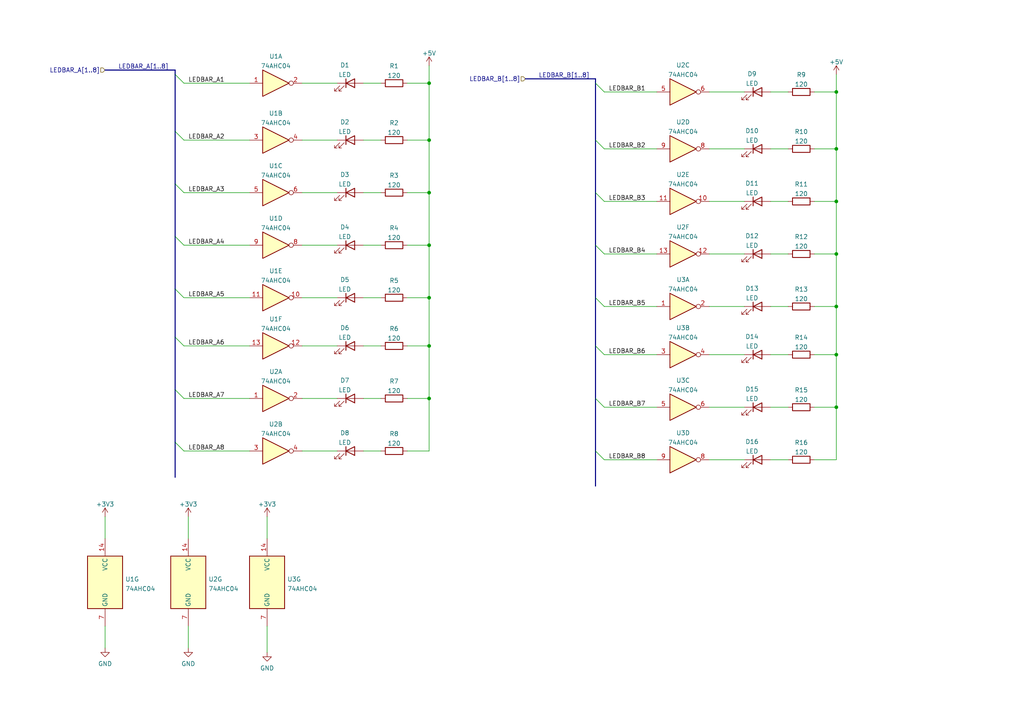
<source format=kicad_sch>
(kicad_sch (version 20211123) (generator eeschema)
  (paper "A4")
  (lib_symbols
    (symbol "74xx:74AHC04"
      (property "Reference" "U" (at 0 1.27 0))
      (property "Value" "74AHC04" (at 0 -1.27 0))
      (symbol "74AHC04_1_0"
        (polyline (pts (xy -3.81 3.81) (xy -3.81 -3.81) (xy 3.81 0) (xy -3.81 3.81)) (stroke (width 0.254)) (fill (type background)))
        (pin input line (at -7.62 0 0) (length 3.81) (name "~") (number "1"))
        (pin output inverted (at 7.62 0 180) (length 3.81) (name "~") (number "2"))
      )
      (symbol "74AHC04_2_0"
        (polyline (pts (xy -3.81 3.81) (xy -3.81 -3.81) (xy 3.81 0) (xy -3.81 3.81)) (stroke (width 0.254)) (fill (type background)))
        (pin input line (at -7.62 0 0) (length 3.81) (name "~") (number "3"))
        (pin output inverted (at 7.62 0 180) (length 3.81) (name "~") (number "4"))
      )
      (symbol "74AHC04_3_0"
        (polyline (pts (xy -3.81 3.81) (xy -3.81 -3.81) (xy 3.81 0) (xy -3.81 3.81)) (stroke (width 0.254)) (fill (type background)))
        (pin input line (at -7.62 0 0) (length 3.81) (name "~") (number "5"))
        (pin output inverted (at 7.62 0 180) (length 3.81) (name "~") (number "6"))
      )
      (symbol "74AHC04_4_0"
        (polyline (pts (xy -3.81 3.81) (xy -3.81 -3.81) (xy 3.81 0) (xy -3.81 3.81)) (stroke (width 0.254)) (fill (type background)))
        (pin output inverted (at 7.62 0 180) (length 3.81) (name "~") (number "8"))
        (pin input line (at -7.62 0 0) (length 3.81) (name "~") (number "9"))
      )
      (symbol "74AHC04_5_0"
        (polyline (pts (xy -3.81 3.81) (xy -3.81 -3.81) (xy 3.81 0) (xy -3.81 3.81)) (stroke (width 0.254)) (fill (type background)))
        (pin output inverted (at 7.62 0 180) (length 3.81) (name "~") (number "10"))
        (pin input line (at -7.62 0 0) (length 3.81) (name "~") (number "11"))
      )
      (symbol "74AHC04_6_0"
        (polyline (pts (xy -3.81 3.81) (xy -3.81 -3.81) (xy 3.81 0) (xy -3.81 3.81)) (stroke (width 0.254)) (fill (type background)))
        (pin output inverted (at 7.62 0 180) (length 3.81) (name "~") (number "12"))
        (pin input line (at -7.62 0 0) (length 3.81) (name "~") (number "13"))
      )
      (symbol "74AHC04_7_0"
        (pin power_in line (at 0 12.7 270) (length 5.08) (name "VCC") (number "14"))
        (pin power_in line (at 0 -12.7 90) (length 5.08) (name "GND") (number "7"))
      )
      (symbol "74AHC04_7_1"
        (rectangle (start -5.08 7.62) (end 5.08 -7.62) (stroke (width 0.254)) (fill (type background)))
      )
    )
    (symbol "Device:LED" (pin_numbers hide) (pin_names (offset 1.016) hide)
      (property "Reference" "D" (at 0 2.54 0))
      (property "Value" "LED" (at 0 -2.54 0))
      (symbol "LED_0_1"
        (polyline (pts (xy -1.27 -1.27) (xy -1.27 1.27)) (stroke (width 0.254)))
        (polyline (pts (xy -1.27 0) (xy 1.27 0)))
        (polyline (pts (xy 1.27 -1.27) (xy 1.27 1.27) (xy -1.27 0) (xy 1.27 -1.27)) (stroke (width 0.254)))
        (polyline (pts (xy -3.048 -0.762) (xy -4.572 -2.286) (xy -3.81 -2.286) (xy -4.572 -2.286) (xy -4.572 -1.524)))
        (polyline (pts (xy -1.778 -0.762) (xy -3.302 -2.286) (xy -2.54 -2.286) (xy -3.302 -2.286) (xy -3.302 -1.524)))
      )
      (symbol "LED_1_1"
        (pin passive line (at -3.81 0 0) (length 2.54) (name "K") (number "1"))
        (pin passive line (at 3.81 0 180) (length 2.54) (name "A") (number "2"))
      )
    )
    (symbol "Device:R" (pin_numbers hide) (pin_names (offset 0))
      (property "Reference" "R" (at 2.032 0 90))
      (property "Value" "R" (at 0 0 90))
      (symbol "R_0_1"
        (rectangle (start -1.016 -2.54) (end 1.016 2.54) (stroke (width 0.254)))
      )
      (symbol "R_1_1"
        (pin passive line (at 0 3.81 270) (length 1.27) (name "~") (number "1"))
        (pin passive line (at 0 -3.81 90) (length 1.27) (name "~") (number "2"))
      )
    )
    (symbol "power:+3.3V" (power) (pin_names (offset 0))
      (property "Value" "+3.3V" (at 0 3.556 0))
      (symbol "+3.3V_0_1"
        (polyline (pts (xy -0.762 1.27) (xy 0 2.54)))
        (polyline (pts (xy 0 0) (xy 0 2.54)))
        (polyline (pts (xy 0 2.54) (xy 0.762 1.27)))
      )
      (symbol "+3.3V_1_1"
        (pin power_in line (at 0 0 90) (length 0) hide (name "+3V3") (number "1"))
      )
    )
    (symbol "power:+5V" (power) (pin_names (offset 0))
      (property "Value" "+5V" (at 0 3.556 0))
      (symbol "+5V_0_1"
        (polyline (pts (xy -0.762 1.27) (xy 0 2.54)))
        (polyline (pts (xy 0 0) (xy 0 2.54)))
        (polyline (pts (xy 0 2.54) (xy 0.762 1.27)))
      )
      (symbol "+5V_1_1"
        (pin power_in line (at 0 0 90) (length 0) hide (name "+5V") (number "1"))
      )
    )
    (symbol "power:GND" (power) (pin_names (offset 0))
      (property "Value" "GND" (at 0 -3.81 0))
      (symbol "GND_0_1"
        (polyline (pts (xy 0 0) (xy 0 -1.27) (xy 1.27 -1.27) (xy 0 -2.54) (xy -1.27 -1.27) (xy 0 -1.27)))
      )
      (symbol "GND_1_1"
        (pin power_in line (at 0 0 270) (length 0) hide (name "GND") (number "1"))
      )
    )
  )
  (junction (at 124.46 100.33))
  (junction (at 242.57 118.11))
  (junction (at 242.57 26.67))
  (junction (at 124.46 55.88))
  (junction (at 242.57 73.66))
  (junction (at 124.46 115.57))
  (junction (at 124.46 40.64))
  (junction (at 242.57 88.9))
  (junction (at 242.57 102.87))
  (junction (at 242.57 43.18))
  (junction (at 124.46 86.36))
  (junction (at 124.46 24.13))
  (junction (at 124.46 71.12))
  (junction (at 242.57 58.42))
  (bus_entry (at 172.72 55.88) (size 2.54 2.54))
  (bus_entry (at 172.72 100.33) (size 2.54 2.54))
  (bus_entry (at 172.72 24.13) (size 2.54 2.54))
  (bus_entry (at 172.72 130.81) (size 2.54 2.54))
  (bus_entry (at 172.72 86.36) (size 2.54 2.54))
  (bus_entry (at 172.72 40.64) (size 2.54 2.54))
  (bus_entry (at 50.8 97.79) (size 2.54 2.54))
  (bus_entry (at 50.8 113.03) (size 2.54 2.54))
  (bus_entry (at 50.8 128.27) (size 2.54 2.54))
  (bus_entry (at 50.8 38.1) (size 2.54 2.54))
  (bus_entry (at 50.8 21.59) (size 2.54 2.54))
  (bus_entry (at 50.8 83.82) (size 2.54 2.54))
  (bus_entry (at 50.8 68.58) (size 2.54 2.54))
  (bus_entry (at 50.8 53.34) (size 2.54 2.54))
  (bus_entry (at 172.72 115.57) (size 2.54 2.54))
  (bus_entry (at 172.72 71.12) (size 2.54 2.54))
  (wire (pts (xy 223.52 88.9) (xy 228.6 88.9)))
  (wire (pts (xy 223.52 102.87) (xy 228.6 102.87)))
  (wire (pts (xy 223.52 26.67) (xy 228.6 26.67)))
  (wire (pts (xy 30.48 181.61) (xy 30.48 187.96)))
  (wire (pts (xy 105.41 130.81) (xy 110.49 130.81)))
  (wire (pts (xy 87.63 24.13) (xy 97.79 24.13)))
  (wire (pts (xy 236.22 102.87) (xy 242.57 102.87)))
  (wire (pts (xy 105.41 71.12) (xy 110.49 71.12)))
  (wire (pts (xy 205.74 26.67) (xy 215.9 26.67)))
  (bus (pts (xy 172.72 100.33) (xy 172.72 115.57)))
  (wire (pts (xy 205.74 73.66) (xy 215.9 73.66)))
  (wire (pts (xy 30.48 149.86) (xy 30.48 156.21)))
  (wire (pts (xy 124.46 19.05) (xy 124.46 24.13)))
  (wire (pts (xy 87.63 115.57) (xy 97.79 115.57)))
  (wire (pts (xy 242.57 118.11) (xy 242.57 102.87)))
  (wire (pts (xy 105.41 55.88) (xy 110.49 55.88)))
  (wire (pts (xy 236.22 133.35) (xy 242.57 133.35)))
  (wire (pts (xy 242.57 102.87) (xy 242.57 88.9)))
  (bus (pts (xy 50.8 21.59) (xy 50.8 38.1)))
  (wire (pts (xy 124.46 55.88) (xy 124.46 40.64)))
  (wire (pts (xy 175.26 73.66) (xy 190.5 73.66)))
  (wire (pts (xy 124.46 130.81) (xy 124.46 115.57)))
  (wire (pts (xy 175.26 88.9) (xy 190.5 88.9)))
  (wire (pts (xy 236.22 88.9) (xy 242.57 88.9)))
  (wire (pts (xy 105.41 100.33) (xy 110.49 100.33)))
  (wire (pts (xy 124.46 71.12) (xy 124.46 55.88)))
  (wire (pts (xy 223.52 58.42) (xy 228.6 58.42)))
  (wire (pts (xy 118.11 115.57) (xy 124.46 115.57)))
  (wire (pts (xy 175.26 118.11) (xy 190.5 118.11)))
  (wire (pts (xy 118.11 130.81) (xy 124.46 130.81)))
  (bus (pts (xy 50.8 83.82) (xy 50.8 97.79)))
  (wire (pts (xy 124.46 40.64) (xy 124.46 24.13)))
  (wire (pts (xy 87.63 130.81) (xy 97.79 130.81)))
  (wire (pts (xy 242.57 26.67) (xy 236.22 26.67)))
  (bus (pts (xy 30.48 20.32) (xy 50.8 20.32)))
  (wire (pts (xy 175.26 102.87) (xy 190.5 102.87)))
  (wire (pts (xy 236.22 58.42) (xy 242.57 58.42)))
  (wire (pts (xy 223.52 43.18) (xy 228.6 43.18)))
  (bus (pts (xy 152.4 22.86) (xy 172.72 22.86)))
  (wire (pts (xy 205.74 58.42) (xy 215.9 58.42)))
  (wire (pts (xy 53.34 100.33) (xy 72.39 100.33)))
  (wire (pts (xy 105.41 86.36) (xy 110.49 86.36)))
  (wire (pts (xy 236.22 73.66) (xy 242.57 73.66)))
  (wire (pts (xy 87.63 40.64) (xy 97.79 40.64)))
  (bus (pts (xy 172.72 55.88) (xy 172.72 71.12)))
  (wire (pts (xy 53.34 71.12) (xy 72.39 71.12)))
  (wire (pts (xy 87.63 86.36) (xy 97.79 86.36)))
  (bus (pts (xy 50.8 113.03) (xy 50.8 128.27)))
  (wire (pts (xy 205.74 43.18) (xy 215.9 43.18)))
  (wire (pts (xy 87.63 100.33) (xy 97.79 100.33)))
  (bus (pts (xy 50.8 38.1) (xy 50.8 53.34)))
  (wire (pts (xy 242.57 133.35) (xy 242.57 118.11)))
  (wire (pts (xy 53.34 55.88) (xy 72.39 55.88)))
  (wire (pts (xy 54.61 149.86) (xy 54.61 156.21)))
  (bus (pts (xy 172.72 86.36) (xy 172.72 100.33)))
  (bus (pts (xy 50.8 128.27) (xy 50.8 138.43)))
  (wire (pts (xy 124.46 24.13) (xy 118.11 24.13)))
  (wire (pts (xy 77.47 149.86) (xy 77.47 156.21)))
  (wire (pts (xy 124.46 115.57) (xy 124.46 100.33)))
  (wire (pts (xy 105.41 40.64) (xy 110.49 40.64)))
  (bus (pts (xy 172.72 40.64) (xy 172.72 55.88)))
  (wire (pts (xy 118.11 71.12) (xy 124.46 71.12)))
  (wire (pts (xy 205.74 102.87) (xy 215.9 102.87)))
  (bus (pts (xy 172.72 71.12) (xy 172.72 86.36)))
  (bus (pts (xy 50.8 97.79) (xy 50.8 113.03)))
  (wire (pts (xy 118.11 55.88) (xy 124.46 55.88)))
  (wire (pts (xy 242.57 58.42) (xy 242.57 43.18)))
  (wire (pts (xy 87.63 71.12) (xy 97.79 71.12)))
  (wire (pts (xy 223.52 73.66) (xy 228.6 73.66)))
  (wire (pts (xy 175.26 43.18) (xy 190.5 43.18)))
  (wire (pts (xy 87.63 55.88) (xy 97.79 55.88)))
  (bus (pts (xy 172.72 24.13) (xy 172.72 40.64)))
  (wire (pts (xy 53.34 24.13) (xy 72.39 24.13)))
  (wire (pts (xy 205.74 118.11) (xy 215.9 118.11)))
  (wire (pts (xy 236.22 43.18) (xy 242.57 43.18)))
  (wire (pts (xy 223.52 118.11) (xy 228.6 118.11)))
  (wire (pts (xy 175.26 26.67) (xy 190.5 26.67)))
  (bus (pts (xy 50.8 53.34) (xy 50.8 68.58)))
  (wire (pts (xy 124.46 86.36) (xy 124.46 71.12)))
  (wire (pts (xy 223.52 133.35) (xy 228.6 133.35)))
  (bus (pts (xy 172.72 130.81) (xy 172.72 140.97)))
  (wire (pts (xy 53.34 115.57) (xy 72.39 115.57)))
  (wire (pts (xy 53.34 130.81) (xy 72.39 130.81)))
  (bus (pts (xy 172.72 22.86) (xy 172.72 24.13)))
  (wire (pts (xy 118.11 86.36) (xy 124.46 86.36)))
  (wire (pts (xy 124.46 100.33) (xy 124.46 86.36)))
  (wire (pts (xy 175.26 58.42) (xy 190.5 58.42)))
  (bus (pts (xy 50.8 20.32) (xy 50.8 21.59)))
  (wire (pts (xy 105.41 24.13) (xy 110.49 24.13)))
  (wire (pts (xy 175.26 133.35) (xy 190.5 133.35)))
  (bus (pts (xy 172.72 115.57) (xy 172.72 130.81)))
  (wire (pts (xy 53.34 40.64) (xy 72.39 40.64)))
  (wire (pts (xy 236.22 118.11) (xy 242.57 118.11)))
  (wire (pts (xy 242.57 43.18) (xy 242.57 26.67)))
  (wire (pts (xy 242.57 21.59) (xy 242.57 26.67)))
  (wire (pts (xy 242.57 73.66) (xy 242.57 58.42)))
  (wire (pts (xy 118.11 100.33) (xy 124.46 100.33)))
  (wire (pts (xy 205.74 133.35) (xy 215.9 133.35)))
  (wire (pts (xy 54.61 181.61) (xy 54.61 187.96)))
  (wire (pts (xy 53.34 86.36) (xy 72.39 86.36)))
  (wire (pts (xy 205.74 88.9) (xy 215.9 88.9)))
  (wire (pts (xy 105.41 115.57) (xy 110.49 115.57)))
  (bus (pts (xy 50.8 68.58) (xy 50.8 83.82)))
  (wire (pts (xy 118.11 40.64) (xy 124.46 40.64)))
  (wire (pts (xy 77.47 181.61) (xy 77.47 189.23)))
  (wire (pts (xy 242.57 88.9) (xy 242.57 73.66)))
  (label "LEDBAR_A3" (at 54.61 55.88 0))
  (label "LEDBAR_A4" (at 54.61 71.12 0))
  (label "LEDBAR_A1" (at 54.61 24.13 0))
  (label "LEDBAR_B4" (at 176.53 73.66 0))
  (label "LEDBAR_B[1..8]" (at 156.21 22.86 0))
  (label "LEDBAR_B7" (at 176.53 118.11 0))
  (label "LEDBAR_A8" (at 54.61 130.81 0))
  (label "LEDBAR_B2" (at 176.53 43.18 0))
  (label "LEDBAR_A6" (at 54.61 100.33 0))
  (label "LEDBAR_B6" (at 176.53 102.87 0))
  (label "LEDBAR_B1" (at 176.53 26.67 0))
  (label "LEDBAR_A5" (at 54.61 86.36 0))
  (label "LEDBAR_B8" (at 176.53 133.35 0))
  (label "LEDBAR_B3" (at 176.53 58.42 0))
  (label "LEDBAR_A7" (at 54.61 115.57 0))
  (label "LEDBAR_A[1..8]" (at 34.29 20.32 0))
  (label "LEDBAR_A2" (at 54.61 40.64 0))
  (label "LEDBAR_B5" (at 176.53 88.9 0))
  (hierarchical_label "LEDBAR_B[1..8]" (shape input) (at 152.4 22.86 180))
  (hierarchical_label "LEDBAR_A[1..8]" (shape input) (at 30.48 20.32 180))
  (symbol (lib_id "74xx:74AHC04") (at 80.01 55.88 0) (unit 3)
    (property "Reference" "U1" (at 80.01 48.1035 0))
    (property "Value" "74AHC04" (at 80.01 50.8786 0))
    (property "Footprint" "Package_DIP:DIP-14_W7.62mm_Socket" (effects hide))
    (property "Datasheet" "https://assets.nexperia.com/documents/data-sheet/74AHC_AHCT04.pdf" (effects hide))
  )
  (symbol (lib_id "Device:R") (at 232.41 133.35 90) (unit 1)
    (property "Reference" "R16" (at 232.41 128.3675 90))
    (property "Value" "120" (at 232.41 131.1426 90))
    (property "Footprint" "Resistor_THT:R_Axial_DIN0204_L3.6mm_D1.6mm_P5.08mm_Horizontal" (effects hide))
  )
  (symbol (lib_id "power:GND") (at 54.61 187.96 0) (unit 1)
    (property "Reference" "#PWR07" (effects hide))
    (property "Value" "GND" (at 54.61 192.5225 0))
  )
  (symbol (lib_id "74xx:74AHC04") (at 80.01 86.36 0) (unit 5)
    (property "Reference" "U1" (at 80.01 78.5835 0))
    (property "Value" "74AHC04" (at 80.01 81.3586 0))
    (property "Footprint" "Package_DIP:DIP-14_W7.62mm_Socket" (effects hide))
    (property "Datasheet" "https://assets.nexperia.com/documents/data-sheet/74AHC_AHCT04.pdf" (effects hide))
  )
  (symbol (lib_id "Device:R") (at 232.41 73.66 90) (unit 1)
    (property "Reference" "R12" (at 232.41 68.6775 90))
    (property "Value" "120" (at 232.41 71.4526 90))
    (property "Footprint" "Resistor_THT:R_Axial_DIN0204_L3.6mm_D1.6mm_P5.08mm_Horizontal" (effects hide))
  )
  (symbol (lib_id "power:+5V") (at 124.46 19.05 0) (unit 1)
    (property "Reference" "#PWR0105" (effects hide))
    (property "Value" "+5V" (at 124.46 15.4455 0))
  )
  (symbol (lib_id "Device:R") (at 114.3 24.13 90) (unit 1)
    (property "Reference" "R1" (at 114.3 19.1475 90))
    (property "Value" "120" (at 114.3 21.9226 90))
    (property "Footprint" "Resistor_THT:R_Axial_DIN0204_L3.6mm_D1.6mm_P5.08mm_Horizontal" (effects hide))
  )
  (symbol (lib_id "power:GND") (at 30.48 187.96 0) (unit 1)
    (property "Reference" "#PWR05" (effects hide))
    (property "Value" "GND" (at 30.48 192.5225 0))
  )
  (symbol (lib_id "Device:LED") (at 101.6 130.81 0) (unit 1)
    (property "Reference" "D8" (at 100.0125 125.5735 0))
    (property "Value" "LED" (at 100.0125 128.3486 0))
    (property "Footprint" "LED_THT:LED_D3.0mm" (effects hide))
  )
  (symbol (lib_id "Device:LED") (at 101.6 115.57 0) (unit 1)
    (property "Reference" "D7" (at 100.0125 110.3335 0))
    (property "Value" "LED" (at 100.0125 113.1086 0))
    (property "Footprint" "LED_THT:LED_D3.0mm" (effects hide))
  )
  (symbol (lib_id "74xx:74AHC04") (at 198.12 26.67 0) (unit 3)
    (property "Reference" "U2" (at 198.12 18.8935 0))
    (property "Value" "74AHC04" (at 198.12 21.6686 0))
    (property "Footprint" "Package_DIP:DIP-14_W7.62mm_Socket" (effects hide))
    (property "Datasheet" "https://assets.nexperia.com/documents/data-sheet/74AHC_AHCT04.pdf" (effects hide))
  )
  (symbol (lib_id "Device:LED") (at 219.71 102.87 0) (unit 1)
    (property "Reference" "D14" (at 218.1225 97.6335 0))
    (property "Value" "LED" (at 218.1225 100.4086 0))
    (property "Footprint" "LED_THT:LED_D3.0mm" (effects hide))
  )
  (symbol (lib_id "Device:LED") (at 219.71 58.42 0) (unit 1)
    (property "Reference" "D11" (at 218.1225 53.1835 0))
    (property "Value" "LED" (at 218.1225 55.9586 0))
    (property "Footprint" "LED_THT:LED_D3.0mm" (effects hide))
  )
  (symbol (lib_id "Device:LED") (at 101.6 100.33 0) (unit 1)
    (property "Reference" "D6" (at 100.0125 95.0935 0))
    (property "Value" "LED" (at 100.0125 97.8686 0))
    (property "Footprint" "LED_THT:LED_D3.0mm" (effects hide))
  )
  (symbol (lib_id "Device:R") (at 114.3 130.81 90) (unit 1)
    (property "Reference" "R8" (at 114.3 125.8275 90))
    (property "Value" "120" (at 114.3 128.6026 90))
    (property "Footprint" "Resistor_THT:R_Axial_DIN0204_L3.6mm_D1.6mm_P5.08mm_Horizontal" (effects hide))
  )
  (symbol (lib_id "74xx:74AHC04") (at 198.12 102.87 0) (unit 2)
    (property "Reference" "U3" (at 198.12 95.0935 0))
    (property "Value" "74AHC04" (at 198.12 97.8686 0))
    (property "Footprint" "Package_DIP:DIP-14_W7.62mm_Socket" (effects hide))
    (property "Datasheet" "https://assets.nexperia.com/documents/data-sheet/74AHC_AHCT04.pdf" (effects hide))
  )
  (symbol (lib_id "power:+3.3V") (at 30.48 149.86 0) (unit 1)
    (property "Reference" "#PWR0104" (effects hide))
    (property "Value" "+3.3V" (at 30.48 146.2555 0))
  )
  (symbol (lib_id "Device:LED") (at 101.6 55.88 0) (unit 1)
    (property "Reference" "D3" (at 100.0125 50.6435 0))
    (property "Value" "LED" (at 100.0125 53.4186 0))
    (property "Footprint" "LED_THT:LED_D3.0mm" (effects hide))
  )
  (symbol (lib_id "Device:LED") (at 219.71 118.11 0) (unit 1)
    (property "Reference" "D15" (at 218.1225 112.8735 0))
    (property "Value" "LED" (at 218.1225 115.6486 0))
    (property "Footprint" "LED_THT:LED_D3.0mm" (effects hide))
  )
  (symbol (lib_id "Device:LED") (at 219.71 73.66 0) (unit 1)
    (property "Reference" "D12" (at 218.1225 68.4235 0))
    (property "Value" "LED" (at 218.1225 71.1986 0))
    (property "Footprint" "LED_THT:LED_D3.0mm" (effects hide))
  )
  (symbol (lib_id "74xx:74AHC04") (at 80.01 130.81 0) (unit 2)
    (property "Reference" "U2" (at 80.01 123.0335 0))
    (property "Value" "74AHC04" (at 80.01 125.8086 0))
    (property "Footprint" "Package_DIP:DIP-14_W7.62mm_Socket" (effects hide))
    (property "Datasheet" "https://assets.nexperia.com/documents/data-sheet/74AHC_AHCT04.pdf" (effects hide))
  )
  (symbol (lib_id "74xx:74AHC04") (at 80.01 24.13 0) (unit 1)
    (property "Reference" "U1" (at 80.01 16.3535 0))
    (property "Value" "74AHC04" (at 80.01 19.1286 0))
    (property "Footprint" "Package_DIP:DIP-14_W7.62mm_Socket" (effects hide))
    (property "Datasheet" "https://assets.nexperia.com/documents/data-sheet/74AHC_AHCT04.pdf" (effects hide))
  )
  (symbol (lib_id "Device:R") (at 232.41 26.67 90) (unit 1)
    (property "Reference" "R9" (at 232.41 21.6875 90))
    (property "Value" "120" (at 232.41 24.4626 90))
    (property "Footprint" "Resistor_THT:R_Axial_DIN0204_L3.6mm_D1.6mm_P5.08mm_Horizontal" (effects hide))
  )
  (symbol (lib_id "74xx:74AHC04") (at 54.61 168.91 0) (unit 7)
    (property "Reference" "U2" (at 60.452 168.0015 0) (effects (justify left)))
    (property "Value" "74AHC04" (at 60.452 170.7766 0) (effects (justify left)))
    (property "Footprint" "Package_DIP:DIP-14_W7.62mm_Socket" (effects hide))
    (property "Datasheet" "https://assets.nexperia.com/documents/data-sheet/74AHC_AHCT04.pdf" (effects hide))
  )
  (symbol (lib_id "Device:LED") (at 101.6 86.36 0) (unit 1)
    (property "Reference" "D5" (at 100.0125 81.1235 0))
    (property "Value" "LED" (at 100.0125 83.8986 0))
    (property "Footprint" "LED_THT:LED_D3.0mm" (effects hide))
  )
  (symbol (lib_id "74xx:74AHC04") (at 198.12 88.9 0) (unit 1)
    (property "Reference" "U3" (at 198.12 81.1235 0))
    (property "Value" "74AHC04" (at 198.12 83.8986 0))
    (property "Footprint" "Package_DIP:DIP-14_W7.62mm_Socket" (effects hide))
    (property "Datasheet" "https://assets.nexperia.com/documents/data-sheet/74AHC_AHCT04.pdf" (effects hide))
  )
  (symbol (lib_id "74xx:74AHC04") (at 30.48 168.91 0) (unit 7)
    (property "Reference" "U1" (at 36.322 168.0015 0) (effects (justify left)))
    (property "Value" "74AHC04" (at 36.322 170.7766 0) (effects (justify left)))
    (property "Footprint" "Package_DIP:DIP-14_W7.62mm_Socket" (effects hide))
    (property "Datasheet" "https://assets.nexperia.com/documents/data-sheet/74AHC_AHCT04.pdf" (effects hide))
  )
  (symbol (lib_id "Device:LED") (at 101.6 40.64 0) (unit 1)
    (property "Reference" "D2" (at 100.0125 35.4035 0))
    (property "Value" "LED" (at 100.0125 38.1786 0))
    (property "Footprint" "LED_THT:LED_D3.0mm" (effects hide))
  )
  (symbol (lib_id "74xx:74AHC04") (at 198.12 58.42 0) (unit 5)
    (property "Reference" "U2" (at 198.12 50.6435 0))
    (property "Value" "74AHC04" (at 198.12 53.4186 0))
    (property "Footprint" "Package_DIP:DIP-14_W7.62mm_Socket" (effects hide))
    (property "Datasheet" "https://assets.nexperia.com/documents/data-sheet/74AHC_AHCT04.pdf" (effects hide))
  )
  (symbol (lib_id "Device:R") (at 114.3 115.57 90) (unit 1)
    (property "Reference" "R7" (at 114.3 110.5875 90))
    (property "Value" "120" (at 114.3 113.3626 90))
    (property "Footprint" "Resistor_THT:R_Axial_DIN0204_L3.6mm_D1.6mm_P5.08mm_Horizontal" (effects hide))
  )
  (symbol (lib_id "74xx:74AHC04") (at 80.01 71.12 0) (unit 4)
    (property "Reference" "U1" (at 80.01 63.3435 0))
    (property "Value" "74AHC04" (at 80.01 66.1186 0))
    (property "Footprint" "Package_DIP:DIP-14_W7.62mm_Socket" (effects hide))
    (property "Datasheet" "https://assets.nexperia.com/documents/data-sheet/74AHC_AHCT04.pdf" (effects hide))
  )
  (symbol (lib_id "74xx:74AHC04") (at 77.47 168.91 0) (unit 7)
    (property "Reference" "U3" (at 83.312 168.0015 0) (effects (justify left)))
    (property "Value" "74AHC04" (at 83.312 170.7766 0) (effects (justify left)))
    (property "Footprint" "Package_DIP:DIP-14_W7.62mm_Socket" (effects hide))
    (property "Datasheet" "https://assets.nexperia.com/documents/data-sheet/74AHC_AHCT04.pdf" (effects hide))
  )
  (symbol (lib_id "Device:R") (at 114.3 86.36 90) (unit 1)
    (property "Reference" "R5" (at 114.3 81.3775 90))
    (property "Value" "120" (at 114.3 84.1526 90))
    (property "Footprint" "Resistor_THT:R_Axial_DIN0204_L3.6mm_D1.6mm_P5.08mm_Horizontal" (effects hide))
  )
  (symbol (lib_id "74xx:74AHC04") (at 80.01 40.64 0) (unit 2)
    (property "Reference" "U1" (at 80.01 32.8635 0))
    (property "Value" "74AHC04" (at 80.01 35.6386 0))
    (property "Footprint" "Package_DIP:DIP-14_W7.62mm_Socket" (effects hide))
    (property "Datasheet" "https://assets.nexperia.com/documents/data-sheet/74AHC_AHCT04.pdf" (effects hide))
  )
  (symbol (lib_id "Device:R") (at 232.41 43.18 90) (unit 1)
    (property "Reference" "R10" (at 232.41 38.1975 90))
    (property "Value" "120" (at 232.41 40.9726 90))
    (property "Footprint" "Resistor_THT:R_Axial_DIN0204_L3.6mm_D1.6mm_P5.08mm_Horizontal" (effects hide))
  )
  (symbol (lib_id "74xx:74AHC04") (at 198.12 118.11 0) (unit 3)
    (property "Reference" "U3" (at 198.12 110.3335 0))
    (property "Value" "74AHC04" (at 198.12 113.1086 0))
    (property "Footprint" "Package_DIP:DIP-14_W7.62mm_Socket" (effects hide))
    (property "Datasheet" "https://assets.nexperia.com/documents/data-sheet/74AHC_AHCT04.pdf" (effects hide))
  )
  (symbol (lib_id "Device:R") (at 232.41 88.9 90) (unit 1)
    (property "Reference" "R13" (at 232.41 83.9175 90))
    (property "Value" "120" (at 232.41 86.6926 90))
    (property "Footprint" "Resistor_THT:R_Axial_DIN0204_L3.6mm_D1.6mm_P5.08mm_Horizontal" (effects hide))
  )
  (symbol (lib_id "power:GND") (at 77.47 189.23 0) (unit 1)
    (property "Reference" "#PWR09" (effects hide))
    (property "Value" "GND" (at 77.47 193.7925 0))
  )
  (symbol (lib_id "Device:R") (at 232.41 118.11 90) (unit 1)
    (property "Reference" "R15" (at 232.41 113.1275 90))
    (property "Value" "120" (at 232.41 115.9026 90))
    (property "Footprint" "Resistor_THT:R_Axial_DIN0204_L3.6mm_D1.6mm_P5.08mm_Horizontal" (effects hide))
  )
  (symbol (lib_id "74xx:74AHC04") (at 80.01 115.57 0) (unit 1)
    (property "Reference" "U2" (at 80.01 107.7935 0))
    (property "Value" "74AHC04" (at 80.01 110.5686 0))
    (property "Footprint" "Package_DIP:DIP-14_W7.62mm_Socket" (effects hide))
    (property "Datasheet" "https://assets.nexperia.com/documents/data-sheet/74AHC_AHCT04.pdf" (effects hide))
  )
  (symbol (lib_id "Device:R") (at 114.3 55.88 90) (unit 1)
    (property "Reference" "R3" (at 114.3 50.8975 90))
    (property "Value" "120" (at 114.3 53.6726 90))
    (property "Footprint" "Resistor_THT:R_Axial_DIN0204_L3.6mm_D1.6mm_P5.08mm_Horizontal" (effects hide))
  )
  (symbol (lib_id "74xx:74AHC04") (at 198.12 43.18 0) (unit 4)
    (property "Reference" "U2" (at 198.12 35.4035 0))
    (property "Value" "74AHC04" (at 198.12 38.1786 0))
    (property "Footprint" "Package_DIP:DIP-14_W7.62mm_Socket" (effects hide))
    (property "Datasheet" "https://assets.nexperia.com/documents/data-sheet/74AHC_AHCT04.pdf" (effects hide))
  )
  (symbol (lib_id "Device:LED") (at 101.6 24.13 0) (unit 1)
    (property "Reference" "D1" (at 100.0125 18.8935 0))
    (property "Value" "LED" (at 100.0125 21.6686 0))
    (property "Footprint" "LED_THT:LED_D3.0mm" (effects hide))
  )
  (symbol (lib_id "Device:LED") (at 219.71 133.35 0) (unit 1)
    (property "Reference" "D16" (at 218.1225 128.1135 0))
    (property "Value" "LED" (at 218.1225 130.8886 0))
    (property "Footprint" "LED_THT:LED_D3.0mm" (effects hide))
  )
  (symbol (lib_id "power:+5V") (at 242.57 21.59 0) (unit 1)
    (property "Reference" "#PWR011" (effects hide))
    (property "Value" "+5V" (at 242.57 17.9855 0))
  )
  (symbol (lib_id "Device:R") (at 232.41 58.42 90) (unit 1)
    (property "Reference" "R11" (at 232.41 53.4375 90))
    (property "Value" "120" (at 232.41 56.2126 90))
    (property "Footprint" "Resistor_THT:R_Axial_DIN0204_L3.6mm_D1.6mm_P5.08mm_Horizontal" (effects hide))
  )
  (symbol (lib_id "Device:LED") (at 219.71 88.9 0) (unit 1)
    (property "Reference" "D13" (at 218.1225 83.6635 0))
    (property "Value" "LED" (at 218.1225 86.4386 0))
    (property "Footprint" "LED_THT:LED_D3.0mm" (effects hide))
  )
  (symbol (lib_id "74xx:74AHC04") (at 198.12 73.66 0) (unit 6)
    (property "Reference" "U2" (at 198.12 65.8835 0))
    (property "Value" "74AHC04" (at 198.12 68.6586 0))
    (property "Footprint" "Package_DIP:DIP-14_W7.62mm_Socket" (effects hide))
    (property "Datasheet" "https://assets.nexperia.com/documents/data-sheet/74AHC_AHCT04.pdf" (effects hide))
  )
  (symbol (lib_id "power:+3.3V") (at 54.61 149.86 0) (unit 1)
    (property "Reference" "#PWR0102" (effects hide))
    (property "Value" "+3.3V" (at 54.61 146.2555 0))
  )
  (symbol (lib_id "Device:R") (at 114.3 100.33 90) (unit 1)
    (property "Reference" "R6" (at 114.3 95.3475 90))
    (property "Value" "120" (at 114.3 98.1226 90))
    (property "Footprint" "Resistor_THT:R_Axial_DIN0204_L3.6mm_D1.6mm_P5.08mm_Horizontal" (effects hide))
  )
  (symbol (lib_id "Device:LED") (at 101.6 71.12 0) (unit 1)
    (property "Reference" "D4" (at 100.0125 65.8835 0))
    (property "Value" "LED" (at 100.0125 68.6586 0))
    (property "Footprint" "LED_THT:LED_D3.0mm" (effects hide))
  )
  (symbol (lib_id "Device:LED") (at 219.71 26.67 0) (unit 1)
    (property "Reference" "D9" (at 218.1225 21.4335 0))
    (property "Value" "LED" (at 218.1225 24.2086 0))
    (property "Footprint" "LED_THT:LED_D3.0mm" (effects hide))
  )
  (symbol (lib_id "74xx:74AHC04") (at 198.12 133.35 0) (unit 4)
    (property "Reference" "U3" (at 198.12 125.5735 0))
    (property "Value" "74AHC04" (at 198.12 128.3486 0))
    (property "Footprint" "Package_DIP:DIP-14_W7.62mm_Socket" (effects hide))
    (property "Datasheet" "https://assets.nexperia.com/documents/data-sheet/74AHC_AHCT04.pdf" (effects hide))
  )
  (symbol (lib_id "Device:R") (at 232.41 102.87 90) (unit 1)
    (property "Reference" "R14" (at 232.41 97.8875 90))
    (property "Value" "120" (at 232.41 100.6626 90))
    (property "Footprint" "Resistor_THT:R_Axial_DIN0204_L3.6mm_D1.6mm_P5.08mm_Horizontal" (effects hide))
  )
  (symbol (lib_id "power:+3.3V") (at 77.47 149.86 0) (unit 1)
    (property "Reference" "#PWR0103" (effects hide))
    (property "Value" "+3.3V" (at 77.47 146.2555 0))
  )
  (symbol (lib_id "Device:LED") (at 219.71 43.18 0) (unit 1)
    (property "Reference" "D10" (at 218.1225 37.9435 0))
    (property "Value" "LED" (at 218.1225 40.7186 0))
    (property "Footprint" "LED_THT:LED_D3.0mm" (effects hide))
  )
  (symbol (lib_id "Device:R") (at 114.3 71.12 90) (unit 1)
    (property "Reference" "R4" (at 114.3 66.1375 90))
    (property "Value" "120" (at 114.3 68.9126 90))
    (property "Footprint" "Resistor_THT:R_Axial_DIN0204_L3.6mm_D1.6mm_P5.08mm_Horizontal" (effects hide))
  )
  (symbol (lib_id "Device:R") (at 114.3 40.64 90) (unit 1)
    (property "Reference" "R2" (at 114.3 35.6575 90))
    (property "Value" "120" (at 114.3 38.4326 90))
    (property "Footprint" "Resistor_THT:R_Axial_DIN0204_L3.6mm_D1.6mm_P5.08mm_Horizontal" (effects hide))
  )
  (symbol (lib_id "74xx:74AHC04") (at 80.01 100.33 0) (unit 6)
    (property "Reference" "U1" (at 80.01 92.5535 0))
    (property "Value" "74AHC04" (at 80.01 95.3286 0))
    (property "Footprint" "Package_DIP:DIP-14_W7.62mm_Socket" (effects hide))
    (property "Datasheet" "https://assets.nexperia.com/documents/data-sheet/74AHC_AHCT04.pdf" (effects hide))
  )
)
</source>
